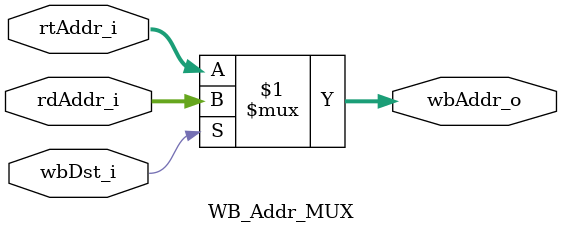
<source format=v>
module WB_Addr_MUX 
(
    rtAddr_i ,
    rdAddr_i ,
    wbDst_i  ,
    wbAddr_o 
);
//0 rt 1 rt
// Interface
input  [31:0] rtAddr_i;
input  [31:0] rdAddr_i;
input  		  wbDst_i;

output [31:0] wbAddr_o ;
// Calculate
assign wbAddr_o  = (wbDst_i)? rdAddr_i:rtAddr_i;

endmodule
</source>
